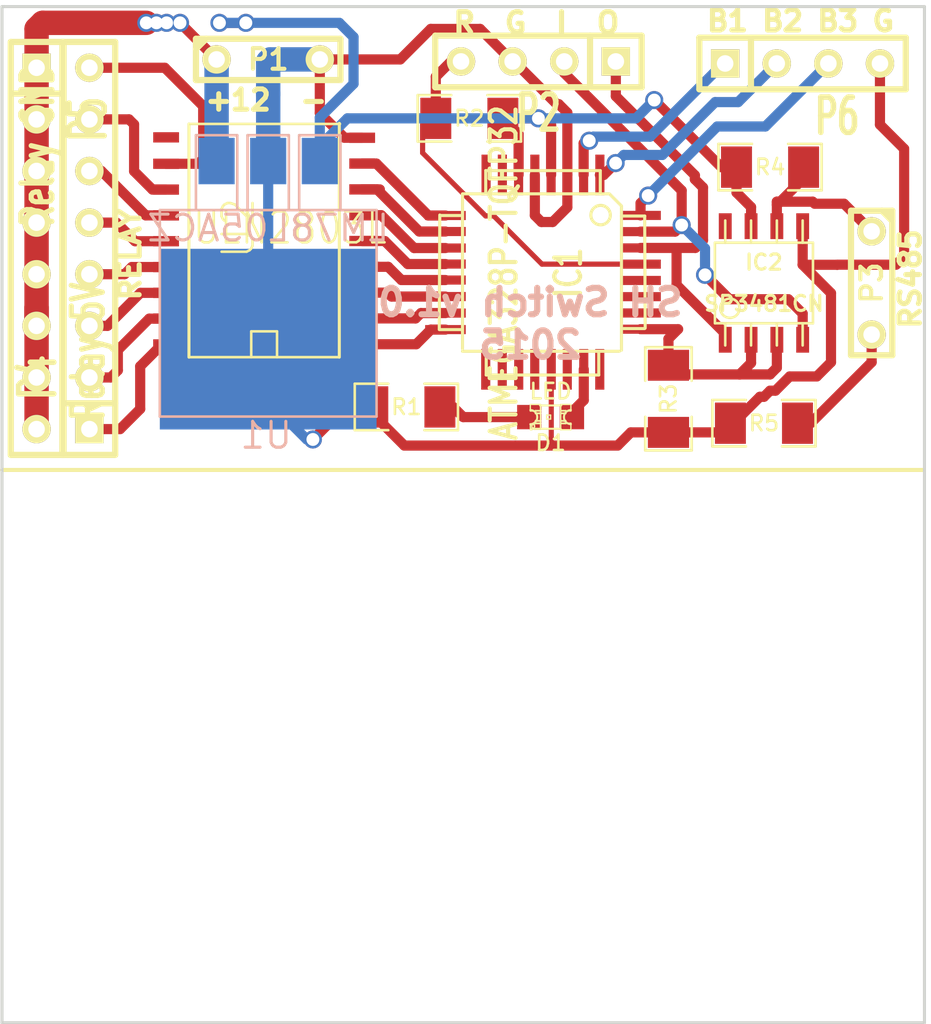
<source format=kicad_pcb>
(kicad_pcb (version 3) (host pcbnew "(2013-may-18)-stable")

  (general
    (links 59)
    (no_connects 0)
    (area 13.123599 111.7916 60.329762 136.260312)
    (thickness 1.6)
    (drawings 12)
    (tracks 244)
    (zones 0)
    (modules 16)
    (nets 31)
  )

  (page A3)
  (layers
    (15 F.Cu signal)
    (0 B.Cu signal)
    (16 B.Adhes user)
    (17 F.Adhes user)
    (18 B.Paste user)
    (19 F.Paste user)
    (20 B.SilkS user)
    (21 F.SilkS user)
    (22 B.Mask user)
    (23 F.Mask user)
    (24 Dwgs.User user)
    (25 Cmts.User user)
    (26 Eco1.User user)
    (27 Eco2.User user)
    (28 Edge.Cuts user)
  )

  (setup
    (last_trace_width 0.5)
    (user_trace_width 0.5)
    (user_trace_width 0.8)
    (user_trace_width 1.2)
    (user_trace_width 2.5)
    (user_trace_width 4)
    (trace_clearance 0.254)
    (zone_clearance 0.508)
    (zone_45_only no)
    (trace_min 0.254)
    (segment_width 0.2)
    (edge_width 0.15)
    (via_size 0.889)
    (via_drill 0.635)
    (via_min_size 0.889)
    (via_min_drill 0.508)
    (uvia_size 0.508)
    (uvia_drill 0.127)
    (uvias_allowed no)
    (uvia_min_size 0.508)
    (uvia_min_drill 0.127)
    (pcb_text_width 0.3)
    (pcb_text_size 1 1)
    (mod_edge_width 0.15)
    (mod_text_size 1 1)
    (mod_text_width 0.15)
    (pad_size 1 1)
    (pad_drill 0.6)
    (pad_to_mask_clearance 0)
    (aux_axis_origin 0 0)
    (visible_elements FFFFFFBF)
    (pcbplotparams
      (layerselection 32768)
      (usegerberextensions false)
      (excludeedgelayer true)
      (linewidth 0.150000)
      (plotframeref false)
      (viasonmask false)
      (mode 1)
      (useauxorigin false)
      (hpglpennumber 1)
      (hpglpenspeed 20)
      (hpglpendiameter 15)
      (hpglpenoverlay 2)
      (psnegative false)
      (psa4output false)
      (plotreference true)
      (plotvalue true)
      (plotothertext true)
      (plotinvisibletext false)
      (padsonsilk false)
      (subtractmaskfromsilk false)
      (outputformat 2)
      (mirror false)
      (drillshape 0)
      (scaleselection 1)
      (outputdirectory ""))
  )

  (net 0 "")
  (net 1 +12V)
  (net 2 +5V)
  (net 3 /But1)
  (net 4 /But2)
  (net 5 /But3)
  (net 6 /DI)
  (net 7 /DO)
  (net 8 /Dir)
  (net 9 /R1)
  (net 10 /R2)
  (net 11 /R3)
  (net 12 /R4)
  (net 13 /R5)
  (net 14 /R6)
  (net 15 /R7)
  (net 16 /R8)
  (net 17 /Reset)
  (net 18 GND)
  (net 19 N-0000010)
  (net 20 N-0000011)
  (net 21 N-0000012)
  (net 22 N-0000013)
  (net 23 N-0000014)
  (net 24 N-0000015)
  (net 25 N-0000017)
  (net 26 N-0000020)
  (net 27 N-0000021)
  (net 28 N-0000040)
  (net 29 N-0000041)
  (net 30 N-000009)

  (net_class Default "This is the default net class."
    (clearance 0.254)
    (trace_width 0.254)
    (via_dia 0.889)
    (via_drill 0.635)
    (uvia_dia 0.508)
    (uvia_drill 0.127)
    (add_net "")
    (add_net +12V)
    (add_net +5V)
    (add_net /But1)
    (add_net /But2)
    (add_net /But3)
    (add_net /DI)
    (add_net /DO)
    (add_net /Dir)
    (add_net /R1)
    (add_net /R2)
    (add_net /R3)
    (add_net /R4)
    (add_net /R5)
    (add_net /R6)
    (add_net /R7)
    (add_net /R8)
    (add_net /Reset)
    (add_net GND)
    (add_net N-0000010)
    (add_net N-0000011)
    (add_net N-0000012)
    (add_net N-0000013)
    (add_net N-0000014)
    (add_net N-0000015)
    (add_net N-0000017)
    (add_net N-0000020)
    (add_net N-0000021)
    (add_net N-0000040)
    (add_net N-0000041)
    (add_net N-000009)
  )

  (module TQFP32 (layer F.Cu) (tedit 43A670DA) (tstamp 53B5A394)
    (at 39.7 125.8 270)
    (path /53B44A10)
    (fp_text reference IC1 (at 0 -1.27 270) (layer F.SilkS)
      (effects (font (size 1.27 1.016) (thickness 0.2032)))
    )
    (fp_text value ATMEGA328P-TQFP32 (at 0 1.905 270) (layer F.SilkS)
      (effects (font (size 1.27 1.016) (thickness 0.2032)))
    )
    (fp_line (start 5.0292 2.7686) (end 3.8862 2.7686) (layer F.SilkS) (width 0.1524))
    (fp_line (start 5.0292 -2.7686) (end 3.9116 -2.7686) (layer F.SilkS) (width 0.1524))
    (fp_line (start 5.0292 2.7686) (end 5.0292 -2.7686) (layer F.SilkS) (width 0.1524))
    (fp_line (start 2.794 3.9624) (end 2.794 5.0546) (layer F.SilkS) (width 0.1524))
    (fp_line (start -2.8194 3.9878) (end -2.8194 5.0546) (layer F.SilkS) (width 0.1524))
    (fp_line (start -2.8448 5.0546) (end 2.794 5.08) (layer F.SilkS) (width 0.1524))
    (fp_line (start -2.794 -5.0292) (end 2.7178 -5.0546) (layer F.SilkS) (width 0.1524))
    (fp_line (start -3.8862 -3.2766) (end -3.8862 3.9116) (layer F.SilkS) (width 0.1524))
    (fp_line (start 2.7432 -5.0292) (end 2.7432 -3.9878) (layer F.SilkS) (width 0.1524))
    (fp_line (start -3.2512 -3.8862) (end 3.81 -3.8862) (layer F.SilkS) (width 0.1524))
    (fp_line (start 3.8608 3.937) (end 3.8608 -3.7846) (layer F.SilkS) (width 0.1524))
    (fp_line (start -3.8862 3.937) (end 3.7338 3.937) (layer F.SilkS) (width 0.1524))
    (fp_line (start -5.0292 -2.8448) (end -5.0292 2.794) (layer F.SilkS) (width 0.1524))
    (fp_line (start -5.0292 2.794) (end -3.8862 2.794) (layer F.SilkS) (width 0.1524))
    (fp_line (start -3.87604 -3.302) (end -3.29184 -3.8862) (layer F.SilkS) (width 0.1524))
    (fp_line (start -5.02412 -2.8448) (end -3.87604 -2.8448) (layer F.SilkS) (width 0.1524))
    (fp_line (start -2.794 -3.8862) (end -2.794 -5.03428) (layer F.SilkS) (width 0.1524))
    (fp_circle (center -2.83972 -2.86004) (end -2.43332 -2.60604) (layer F.SilkS) (width 0.1524))
    (pad 8 smd rect (at -4.81584 2.77622 270) (size 1.99898 0.44958)
      (layers F.Cu F.Paste F.Mask)
    )
    (pad 7 smd rect (at -4.81584 1.97612 270) (size 1.99898 0.44958)
      (layers F.Cu F.Paste F.Mask)
    )
    (pad 6 smd rect (at -4.81584 1.17602 270) (size 1.99898 0.44958)
      (layers F.Cu F.Paste F.Mask)
      (net 2 +5V)
    )
    (pad 5 smd rect (at -4.81584 0.37592 270) (size 1.99898 0.44958)
      (layers F.Cu F.Paste F.Mask)
      (net 18 GND)
    )
    (pad 4 smd rect (at -4.81584 -0.42418 270) (size 1.99898 0.44958)
      (layers F.Cu F.Paste F.Mask)
      (net 2 +5V)
    )
    (pad 3 smd rect (at -4.81584 -1.22428 270) (size 1.99898 0.44958)
      (layers F.Cu F.Paste F.Mask)
      (net 18 GND)
    )
    (pad 2 smd rect (at -4.81584 -2.02438 270) (size 1.99898 0.44958)
      (layers F.Cu F.Paste F.Mask)
      (net 3 /But1)
    )
    (pad 1 smd rect (at -4.81584 -2.82448 270) (size 1.99898 0.44958)
      (layers F.Cu F.Paste F.Mask)
      (net 4 /But2)
    )
    (pad 24 smd rect (at 4.7498 -2.8194 270) (size 1.99898 0.44958)
      (layers F.Cu F.Paste F.Mask)
    )
    (pad 17 smd rect (at 4.7498 2.794 270) (size 1.99898 0.44958)
      (layers F.Cu F.Paste F.Mask)
    )
    (pad 18 smd rect (at 4.7498 1.9812 270) (size 1.99898 0.44958)
      (layers F.Cu F.Paste F.Mask)
    )
    (pad 19 smd rect (at 4.7498 1.1684 270) (size 1.99898 0.44958)
      (layers F.Cu F.Paste F.Mask)
    )
    (pad 20 smd rect (at 4.7498 0.381 270) (size 1.99898 0.44958)
      (layers F.Cu F.Paste F.Mask)
    )
    (pad 21 smd rect (at 4.7498 -0.4318 270) (size 1.99898 0.44958)
      (layers F.Cu F.Paste F.Mask)
      (net 18 GND)
    )
    (pad 22 smd rect (at 4.7498 -1.2192 270) (size 1.99898 0.44958)
      (layers F.Cu F.Paste F.Mask)
    )
    (pad 23 smd rect (at 4.7498 -2.032 270) (size 1.99898 0.44958)
      (layers F.Cu F.Paste F.Mask)
      (net 28 N-0000040)
    )
    (pad 32 smd rect (at -2.82448 -4.826 270) (size 0.44958 1.99898)
      (layers F.Cu F.Paste F.Mask)
      (net 5 /But3)
    )
    (pad 31 smd rect (at -2.02692 -4.826 270) (size 0.44958 1.99898)
      (layers F.Cu F.Paste F.Mask)
      (net 6 /DI)
    )
    (pad 30 smd rect (at -1.22428 -4.826 270) (size 0.44958 1.99898)
      (layers F.Cu F.Paste F.Mask)
      (net 7 /DO)
    )
    (pad 29 smd rect (at -0.42672 -4.826 270) (size 0.44958 1.99898)
      (layers F.Cu F.Paste F.Mask)
      (net 17 /Reset)
    )
    (pad 28 smd rect (at 0.37592 -4.826 270) (size 0.44958 1.99898)
      (layers F.Cu F.Paste F.Mask)
    )
    (pad 27 smd rect (at 1.17348 -4.826 270) (size 0.44958 1.99898)
      (layers F.Cu F.Paste F.Mask)
    )
    (pad 26 smd rect (at 1.97612 -4.826 270) (size 0.44958 1.99898)
      (layers F.Cu F.Paste F.Mask)
    )
    (pad 25 smd rect (at 2.77368 -4.826 270) (size 0.44958 1.99898)
      (layers F.Cu F.Paste F.Mask)
      (net 8 /Dir)
    )
    (pad 9 smd rect (at -2.8194 4.7752 270) (size 0.44958 1.99898)
      (layers F.Cu F.Paste F.Mask)
      (net 9 /R1)
    )
    (pad 10 smd rect (at -2.032 4.7752 270) (size 0.44958 1.99898)
      (layers F.Cu F.Paste F.Mask)
      (net 10 /R2)
    )
    (pad 11 smd rect (at -1.2192 4.7752 270) (size 0.44958 1.99898)
      (layers F.Cu F.Paste F.Mask)
      (net 11 /R3)
    )
    (pad 12 smd rect (at -0.4318 4.7752 270) (size 0.44958 1.99898)
      (layers F.Cu F.Paste F.Mask)
      (net 12 /R4)
    )
    (pad 13 smd rect (at 0.3556 4.7752 270) (size 0.44958 1.99898)
      (layers F.Cu F.Paste F.Mask)
      (net 13 /R5)
    )
    (pad 14 smd rect (at 1.1684 4.7752 270) (size 0.44958 1.99898)
      (layers F.Cu F.Paste F.Mask)
      (net 14 /R6)
    )
    (pad 15 smd rect (at 1.9812 4.7752 270) (size 0.44958 1.99898)
      (layers F.Cu F.Paste F.Mask)
      (net 15 /R7)
    )
    (pad 16 smd rect (at 2.794 4.7752 270) (size 0.44958 1.99898)
      (layers F.Cu F.Paste F.Mask)
      (net 16 /R8)
    )
    (model smd/tqfp32.wrl
      (at (xyz 0 0 0))
      (scale (xyz 1 1 1))
      (rotate (xyz 0 0 0))
    )
  )

  (module SM1206 (layer F.Cu) (tedit 42806E24) (tstamp 53B5A3A0)
    (at 36.1 118.2)
    (path /53B451EA)
    (attr smd)
    (fp_text reference R2 (at 0 0) (layer F.SilkS)
      (effects (font (size 0.762 0.762) (thickness 0.127)))
    )
    (fp_text value 1K (at 0 0) (layer F.SilkS) hide
      (effects (font (size 0.762 0.762) (thickness 0.127)))
    )
    (fp_line (start -2.54 -1.143) (end -2.54 1.143) (layer F.SilkS) (width 0.127))
    (fp_line (start -2.54 1.143) (end -0.889 1.143) (layer F.SilkS) (width 0.127))
    (fp_line (start 0.889 -1.143) (end 2.54 -1.143) (layer F.SilkS) (width 0.127))
    (fp_line (start 2.54 -1.143) (end 2.54 1.143) (layer F.SilkS) (width 0.127))
    (fp_line (start 2.54 1.143) (end 0.889 1.143) (layer F.SilkS) (width 0.127))
    (fp_line (start -0.889 -1.143) (end -2.54 -1.143) (layer F.SilkS) (width 0.127))
    (pad 1 smd rect (at -1.651 0) (size 1.524 2.032)
      (layers F.Cu F.Paste F.Mask)
      (net 17 /Reset)
    )
    (pad 2 smd rect (at 1.651 0) (size 1.524 2.032)
      (layers F.Cu F.Paste F.Mask)
      (net 2 +5V)
    )
    (model smd/chip_cms.wrl
      (at (xyz 0 0 0))
      (scale (xyz 0.17 0.16 0.16))
      (rotate (xyz 0 0 0))
    )
  )

  (module SM1206 (layer F.Cu) (tedit 42806E24) (tstamp 53B5A3AC)
    (at 33 132.4 180)
    (path /53B45424)
    (attr smd)
    (fp_text reference R1 (at 0 0 180) (layer F.SilkS)
      (effects (font (size 0.762 0.762) (thickness 0.127)))
    )
    (fp_text value 1K (at 0 0 180) (layer F.SilkS) hide
      (effects (font (size 0.762 0.762) (thickness 0.127)))
    )
    (fp_line (start -2.54 -1.143) (end -2.54 1.143) (layer F.SilkS) (width 0.127))
    (fp_line (start -2.54 1.143) (end -0.889 1.143) (layer F.SilkS) (width 0.127))
    (fp_line (start 0.889 -1.143) (end 2.54 -1.143) (layer F.SilkS) (width 0.127))
    (fp_line (start 2.54 -1.143) (end 2.54 1.143) (layer F.SilkS) (width 0.127))
    (fp_line (start 2.54 1.143) (end 0.889 1.143) (layer F.SilkS) (width 0.127))
    (fp_line (start -0.889 -1.143) (end -2.54 -1.143) (layer F.SilkS) (width 0.127))
    (pad 1 smd rect (at -1.651 0 180) (size 1.524 2.032)
      (layers F.Cu F.Paste F.Mask)
      (net 29 N-0000041)
    )
    (pad 2 smd rect (at 1.651 0 180) (size 1.524 2.032)
      (layers F.Cu F.Paste F.Mask)
      (net 18 GND)
    )
    (model smd/chip_cms.wrl
      (at (xyz 0 0 0))
      (scale (xyz 0.17 0.16 0.16))
      (rotate (xyz 0 0 0))
    )
  )

  (module SM1206 (layer F.Cu) (tedit 42806E24) (tstamp 53B5A3B8)
    (at 45.9 132 90)
    (path /53B457C7)
    (attr smd)
    (fp_text reference R3 (at 0 0 90) (layer F.SilkS)
      (effects (font (size 0.762 0.762) (thickness 0.127)))
    )
    (fp_text value 10K (at 0 0 90) (layer F.SilkS) hide
      (effects (font (size 0.762 0.762) (thickness 0.127)))
    )
    (fp_line (start -2.54 -1.143) (end -2.54 1.143) (layer F.SilkS) (width 0.127))
    (fp_line (start -2.54 1.143) (end -0.889 1.143) (layer F.SilkS) (width 0.127))
    (fp_line (start 0.889 -1.143) (end 2.54 -1.143) (layer F.SilkS) (width 0.127))
    (fp_line (start 2.54 -1.143) (end 2.54 1.143) (layer F.SilkS) (width 0.127))
    (fp_line (start 2.54 1.143) (end 0.889 1.143) (layer F.SilkS) (width 0.127))
    (fp_line (start -0.889 -1.143) (end -2.54 -1.143) (layer F.SilkS) (width 0.127))
    (pad 1 smd rect (at -1.651 0 90) (size 1.524 2.032)
      (layers F.Cu F.Paste F.Mask)
      (net 18 GND)
    )
    (pad 2 smd rect (at 1.651 0 90) (size 1.524 2.032)
      (layers F.Cu F.Paste F.Mask)
      (net 8 /Dir)
    )
    (model smd/chip_cms.wrl
      (at (xyz 0 0 0))
      (scale (xyz 0.17 0.16 0.16))
      (rotate (xyz 0 0 0))
    )
  )

  (module SM1206 (layer F.Cu) (tedit 42806E24) (tstamp 53B5A3C4)
    (at 50.9 120.6 180)
    (path /53B59FCA)
    (attr smd)
    (fp_text reference R4 (at 0 0 180) (layer F.SilkS)
      (effects (font (size 0.762 0.762) (thickness 0.127)))
    )
    (fp_text value 560 (at 0 0 180) (layer F.SilkS) hide
      (effects (font (size 0.762 0.762) (thickness 0.127)))
    )
    (fp_line (start -2.54 -1.143) (end -2.54 1.143) (layer F.SilkS) (width 0.127))
    (fp_line (start -2.54 1.143) (end -0.889 1.143) (layer F.SilkS) (width 0.127))
    (fp_line (start 0.889 -1.143) (end 2.54 -1.143) (layer F.SilkS) (width 0.127))
    (fp_line (start 2.54 -1.143) (end 2.54 1.143) (layer F.SilkS) (width 0.127))
    (fp_line (start 2.54 1.143) (end 0.889 1.143) (layer F.SilkS) (width 0.127))
    (fp_line (start -0.889 -1.143) (end -2.54 -1.143) (layer F.SilkS) (width 0.127))
    (pad 1 smd rect (at -1.651 0 180) (size 1.524 2.032)
      (layers F.Cu F.Paste F.Mask)
      (net 27 N-0000021)
    )
    (pad 2 smd rect (at 1.651 0 180) (size 1.524 2.032)
      (layers F.Cu F.Paste F.Mask)
      (net 2 +5V)
    )
    (model smd/chip_cms.wrl
      (at (xyz 0 0 0))
      (scale (xyz 0.17 0.16 0.16))
      (rotate (xyz 0 0 0))
    )
  )

  (module SM1206 (layer F.Cu) (tedit 42806E24) (tstamp 53BAFD8F)
    (at 50.6 133.2)
    (path /53B59FD0)
    (attr smd)
    (fp_text reference R5 (at 0 0) (layer F.SilkS)
      (effects (font (size 0.762 0.762) (thickness 0.127)))
    )
    (fp_text value 560 (at 0 0) (layer F.SilkS) hide
      (effects (font (size 0.762 0.762) (thickness 0.127)))
    )
    (fp_line (start -2.54 -1.143) (end -2.54 1.143) (layer F.SilkS) (width 0.127))
    (fp_line (start -2.54 1.143) (end -0.889 1.143) (layer F.SilkS) (width 0.127))
    (fp_line (start 0.889 -1.143) (end 2.54 -1.143) (layer F.SilkS) (width 0.127))
    (fp_line (start 2.54 -1.143) (end 2.54 1.143) (layer F.SilkS) (width 0.127))
    (fp_line (start 2.54 1.143) (end 0.889 1.143) (layer F.SilkS) (width 0.127))
    (fp_line (start -0.889 -1.143) (end -2.54 -1.143) (layer F.SilkS) (width 0.127))
    (pad 1 smd rect (at -1.651 0) (size 1.524 2.032)
      (layers F.Cu F.Paste F.Mask)
      (net 18 GND)
    )
    (pad 2 smd rect (at 1.651 0) (size 1.524 2.032)
      (layers F.Cu F.Paste F.Mask)
      (net 26 N-0000020)
    )
    (model smd/chip_cms.wrl
      (at (xyz 0 0 0))
      (scale (xyz 0.17 0.16 0.16))
      (rotate (xyz 0 0 0))
    )
  )

  (module SIL-4 (layer F.Cu) (tedit 200000) (tstamp 53BA7070)
    (at 39.5 115.4 180)
    (descr "Connecteur 4 pibs")
    (tags "CONN DEV")
    (path /53B4528F)
    (fp_text reference P2 (at 0 -2.54 180) (layer F.SilkS)
      (effects (font (size 1.73482 1.08712) (thickness 0.3048)))
    )
    (fp_text value UART (at 0 -2.54 180) (layer F.SilkS) hide
      (effects (font (size 1.524 1.016) (thickness 0.3048)))
    )
    (fp_line (start -5.08 -1.27) (end -5.08 -1.27) (layer F.SilkS) (width 0.3048))
    (fp_line (start -5.08 1.27) (end -5.08 -1.27) (layer F.SilkS) (width 0.3048))
    (fp_line (start -5.08 -1.27) (end -5.08 -1.27) (layer F.SilkS) (width 0.3048))
    (fp_line (start -5.08 -1.27) (end 5.08 -1.27) (layer F.SilkS) (width 0.3048))
    (fp_line (start 5.08 -1.27) (end 5.08 1.27) (layer F.SilkS) (width 0.3048))
    (fp_line (start 5.08 1.27) (end -5.08 1.27) (layer F.SilkS) (width 0.3048))
    (fp_line (start -2.54 1.27) (end -2.54 -1.27) (layer F.SilkS) (width 0.3048))
    (pad 1 thru_hole rect (at -3.81 0 180) (size 1.397 1.397) (drill 0.8128)
      (layers *.Cu *.Mask F.SilkS)
      (net 7 /DO)
    )
    (pad 2 thru_hole circle (at -1.27 0 180) (size 1.397 1.397) (drill 0.8128)
      (layers *.Cu *.Mask F.SilkS)
      (net 6 /DI)
    )
    (pad 3 thru_hole circle (at 1.27 0 180) (size 1.397 1.397) (drill 0.8128)
      (layers *.Cu *.Mask F.SilkS)
      (net 18 GND)
    )
    (pad 4 thru_hole circle (at 3.81 0 180) (size 1.397 1.397) (drill 0.8128)
      (layers *.Cu *.Mask F.SilkS)
      (net 17 /Reset)
    )
  )

  (module LED-0805 (layer F.Cu) (tedit 49DC4C0B) (tstamp 53B5A41A)
    (at 40.1 132.9 180)
    (descr "LED 0805 smd package")
    (tags "LED 0805 SMD")
    (path /53B453A6)
    (attr smd)
    (fp_text reference D1 (at 0 -1.27 180) (layer F.SilkS)
      (effects (font (size 0.762 0.762) (thickness 0.127)))
    )
    (fp_text value LED (at 0 1.27 180) (layer F.SilkS)
      (effects (font (size 0.762 0.762) (thickness 0.127)))
    )
    (fp_line (start 0.49784 0.29972) (end 0.49784 0.62484) (layer F.SilkS) (width 0.06604))
    (fp_line (start 0.49784 0.62484) (end 0.99822 0.62484) (layer F.SilkS) (width 0.06604))
    (fp_line (start 0.99822 0.29972) (end 0.99822 0.62484) (layer F.SilkS) (width 0.06604))
    (fp_line (start 0.49784 0.29972) (end 0.99822 0.29972) (layer F.SilkS) (width 0.06604))
    (fp_line (start 0.49784 -0.32258) (end 0.49784 -0.17272) (layer F.SilkS) (width 0.06604))
    (fp_line (start 0.49784 -0.17272) (end 0.7493 -0.17272) (layer F.SilkS) (width 0.06604))
    (fp_line (start 0.7493 -0.32258) (end 0.7493 -0.17272) (layer F.SilkS) (width 0.06604))
    (fp_line (start 0.49784 -0.32258) (end 0.7493 -0.32258) (layer F.SilkS) (width 0.06604))
    (fp_line (start 0.49784 0.17272) (end 0.49784 0.32258) (layer F.SilkS) (width 0.06604))
    (fp_line (start 0.49784 0.32258) (end 0.7493 0.32258) (layer F.SilkS) (width 0.06604))
    (fp_line (start 0.7493 0.17272) (end 0.7493 0.32258) (layer F.SilkS) (width 0.06604))
    (fp_line (start 0.49784 0.17272) (end 0.7493 0.17272) (layer F.SilkS) (width 0.06604))
    (fp_line (start 0.49784 -0.19812) (end 0.49784 0.19812) (layer F.SilkS) (width 0.06604))
    (fp_line (start 0.49784 0.19812) (end 0.6731 0.19812) (layer F.SilkS) (width 0.06604))
    (fp_line (start 0.6731 -0.19812) (end 0.6731 0.19812) (layer F.SilkS) (width 0.06604))
    (fp_line (start 0.49784 -0.19812) (end 0.6731 -0.19812) (layer F.SilkS) (width 0.06604))
    (fp_line (start -0.99822 0.29972) (end -0.99822 0.62484) (layer F.SilkS) (width 0.06604))
    (fp_line (start -0.99822 0.62484) (end -0.49784 0.62484) (layer F.SilkS) (width 0.06604))
    (fp_line (start -0.49784 0.29972) (end -0.49784 0.62484) (layer F.SilkS) (width 0.06604))
    (fp_line (start -0.99822 0.29972) (end -0.49784 0.29972) (layer F.SilkS) (width 0.06604))
    (fp_line (start -0.99822 -0.62484) (end -0.99822 -0.29972) (layer F.SilkS) (width 0.06604))
    (fp_line (start -0.99822 -0.29972) (end -0.49784 -0.29972) (layer F.SilkS) (width 0.06604))
    (fp_line (start -0.49784 -0.62484) (end -0.49784 -0.29972) (layer F.SilkS) (width 0.06604))
    (fp_line (start -0.99822 -0.62484) (end -0.49784 -0.62484) (layer F.SilkS) (width 0.06604))
    (fp_line (start -0.7493 0.17272) (end -0.7493 0.32258) (layer F.SilkS) (width 0.06604))
    (fp_line (start -0.7493 0.32258) (end -0.49784 0.32258) (layer F.SilkS) (width 0.06604))
    (fp_line (start -0.49784 0.17272) (end -0.49784 0.32258) (layer F.SilkS) (width 0.06604))
    (fp_line (start -0.7493 0.17272) (end -0.49784 0.17272) (layer F.SilkS) (width 0.06604))
    (fp_line (start -0.7493 -0.32258) (end -0.7493 -0.17272) (layer F.SilkS) (width 0.06604))
    (fp_line (start -0.7493 -0.17272) (end -0.49784 -0.17272) (layer F.SilkS) (width 0.06604))
    (fp_line (start -0.49784 -0.32258) (end -0.49784 -0.17272) (layer F.SilkS) (width 0.06604))
    (fp_line (start -0.7493 -0.32258) (end -0.49784 -0.32258) (layer F.SilkS) (width 0.06604))
    (fp_line (start -0.6731 -0.19812) (end -0.6731 0.19812) (layer F.SilkS) (width 0.06604))
    (fp_line (start -0.6731 0.19812) (end -0.49784 0.19812) (layer F.SilkS) (width 0.06604))
    (fp_line (start -0.49784 -0.19812) (end -0.49784 0.19812) (layer F.SilkS) (width 0.06604))
    (fp_line (start -0.6731 -0.19812) (end -0.49784 -0.19812) (layer F.SilkS) (width 0.06604))
    (fp_line (start 0 -0.09906) (end 0 0.09906) (layer F.SilkS) (width 0.06604))
    (fp_line (start 0 0.09906) (end 0.19812 0.09906) (layer F.SilkS) (width 0.06604))
    (fp_line (start 0.19812 -0.09906) (end 0.19812 0.09906) (layer F.SilkS) (width 0.06604))
    (fp_line (start 0 -0.09906) (end 0.19812 -0.09906) (layer F.SilkS) (width 0.06604))
    (fp_line (start 0.49784 -0.59944) (end 0.49784 -0.29972) (layer F.SilkS) (width 0.06604))
    (fp_line (start 0.49784 -0.29972) (end 0.79756 -0.29972) (layer F.SilkS) (width 0.06604))
    (fp_line (start 0.79756 -0.59944) (end 0.79756 -0.29972) (layer F.SilkS) (width 0.06604))
    (fp_line (start 0.49784 -0.59944) (end 0.79756 -0.59944) (layer F.SilkS) (width 0.06604))
    (fp_line (start 0.92456 -0.62484) (end 0.92456 -0.39878) (layer F.SilkS) (width 0.06604))
    (fp_line (start 0.92456 -0.39878) (end 0.99822 -0.39878) (layer F.SilkS) (width 0.06604))
    (fp_line (start 0.99822 -0.62484) (end 0.99822 -0.39878) (layer F.SilkS) (width 0.06604))
    (fp_line (start 0.92456 -0.62484) (end 0.99822 -0.62484) (layer F.SilkS) (width 0.06604))
    (fp_line (start 0.52324 0.57404) (end -0.52324 0.57404) (layer F.SilkS) (width 0.1016))
    (fp_line (start -0.49784 -0.57404) (end 0.92456 -0.57404) (layer F.SilkS) (width 0.1016))
    (fp_circle (center 0.84836 -0.44958) (end 0.89916 -0.50038) (layer F.SilkS) (width 0.0508))
    (fp_arc (start 0.99822 0) (end 0.99822 0.34798) (angle 180) (layer F.SilkS) (width 0.1016))
    (fp_arc (start -0.99822 0) (end -0.99822 -0.34798) (angle 180) (layer F.SilkS) (width 0.1016))
    (pad 1 smd rect (at -1.04902 0 180) (size 1.19888 1.19888)
      (layers F.Cu F.Paste F.Mask)
      (net 28 N-0000040)
    )
    (pad 2 smd rect (at 1.04902 0 180) (size 1.19888 1.19888)
      (layers F.Cu F.Paste F.Mask)
      (net 29 N-0000041)
    )
  )

  (module DPAK3 (layer B.Cu) (tedit 54B15E95) (tstamp 53B5A42F)
    (at 26.2 120.3)
    (tags "CMS DPACK")
    (path /54B154B5)
    (fp_text reference U1 (at -0.1 13.5) (layer B.SilkS)
      (effects (font (size 1.27 1.27) (thickness 0.1524)) (justify mirror))
    )
    (fp_text value LM78L05ACZ (at 0 3.302) (layer B.SilkS)
      (effects (font (size 1.27 1.27) (thickness 0.1524)) (justify mirror))
    )
    (fp_line (start 1.524 2.413) (end 1.524 -1.27) (layer B.SilkS) (width 0.127))
    (fp_line (start 1.524 -1.27) (end 3.556 -1.27) (layer B.SilkS) (width 0.127))
    (fp_line (start 3.556 -1.27) (end 3.556 2.413) (layer B.SilkS) (width 0.127))
    (fp_line (start -1.016 2.413) (end -1.016 -1.27) (layer B.SilkS) (width 0.127))
    (fp_line (start -1.016 -1.27) (end 1.016 -1.27) (layer B.SilkS) (width 0.127))
    (fp_line (start 1.016 -1.27) (end 1.016 2.413) (layer B.SilkS) (width 0.127))
    (fp_line (start -3.556 2.413) (end -3.556 -1.27) (layer B.SilkS) (width 0.127))
    (fp_line (start -3.556 -1.27) (end -1.524 -1.27) (layer B.SilkS) (width 0.127))
    (fp_line (start -1.524 -1.27) (end -1.524 2.413) (layer B.SilkS) (width 0.127))
    (fp_line (start -5.334 2.413) (end 5.334 2.413) (layer B.SilkS) (width 0.127))
    (fp_line (start 5.334 2.413) (end 5.334 12.573) (layer B.SilkS) (width 0.127))
    (fp_line (start 5.334 12.573) (end -5.334 12.573) (layer B.SilkS) (width 0.127))
    (fp_line (start -5.334 12.573) (end -5.334 2.413) (layer B.SilkS) (width 0.127))
    (pad 2 smd rect (at 0 8.763) (size 10.668 8.89)
      (layers B.Cu B.Paste B.Mask)
      (net 18 GND)
    )
    (pad 2 smd rect (at 0 0) (size 1.778 2.286)
      (layers B.Cu B.Paste B.Mask)
      (net 18 GND)
    )
    (pad 1 smd rect (at -2.54 0) (size 1.778 2.286)
      (layers B.Cu B.Paste B.Mask)
      (net 1 +12V)
    )
    (pad 3 smd rect (at 2.54 0) (size 1.778 2.286)
      (layers B.Cu B.Paste B.Mask)
      (net 2 +5V)
    )
    (model smd/dpack_3.wrl
      (at (xyz 0 0 0))
      (scale (xyz 1 1 1))
      (rotate (xyz 0 0 0))
    )
  )

  (module C2 (layer F.Cu) (tedit 53BA6EE3) (tstamp 53BA6F53)
    (at 26.2 115.3)
    (descr "Condensateur = 2 pas")
    (tags C)
    (path /53B44DC6)
    (fp_text reference P1 (at 0 0) (layer F.SilkS)
      (effects (font (size 1.016 1.016) (thickness 0.2032)))
    )
    (fp_text value Power (at 0 0) (layer F.SilkS) hide
      (effects (font (size 1.016 1.016) (thickness 0.2032)))
    )
    (fp_line (start -3.556 -1.016) (end 3.556 -1.016) (layer F.SilkS) (width 0.3048))
    (fp_line (start 3.556 -1.016) (end 3.556 1.016) (layer F.SilkS) (width 0.3048))
    (fp_line (start 3.556 1.016) (end -3.556 1.016) (layer F.SilkS) (width 0.3048))
    (fp_line (start -3.556 1.016) (end -3.556 -1.016) (layer F.SilkS) (width 0.3048))
    (fp_line (start -3.556 -0.508) (end -3.048 -1.016) (layer F.SilkS) (width 0.3048))
    (pad 1 thru_hole circle (at -2.54 0) (size 1.397 1.397) (drill 0.8128)
      (layers *.Cu *.Mask F.SilkS)
      (net 1 +12V)
    )
    (pad 2 thru_hole circle (at 2.54 0) (size 1.397 1.397) (drill 0.8128)
      (layers *.Cu *.Mask F.SilkS)
      (net 18 GND)
    )
    (model discret/capa_2pas_5x5mm.wrl
      (at (xyz 0 0 0))
      (scale (xyz 1 1 1))
      (rotate (xyz 0 0 0))
    )
  )

  (module C2 (layer F.Cu) (tedit 200000) (tstamp 53B5A445)
    (at 55.9 126.3 270)
    (descr "Condensateur = 2 pas")
    (tags C)
    (path /53B4510D)
    (fp_text reference P3 (at 0 0 270) (layer F.SilkS)
      (effects (font (size 1.016 1.016) (thickness 0.2032)))
    )
    (fp_text value RS485 (at 0 0 270) (layer F.SilkS) hide
      (effects (font (size 1.016 1.016) (thickness 0.2032)))
    )
    (fp_line (start -3.556 -1.016) (end 3.556 -1.016) (layer F.SilkS) (width 0.3048))
    (fp_line (start 3.556 -1.016) (end 3.556 1.016) (layer F.SilkS) (width 0.3048))
    (fp_line (start 3.556 1.016) (end -3.556 1.016) (layer F.SilkS) (width 0.3048))
    (fp_line (start -3.556 1.016) (end -3.556 -1.016) (layer F.SilkS) (width 0.3048))
    (fp_line (start -3.556 -0.508) (end -3.048 -1.016) (layer F.SilkS) (width 0.3048))
    (pad 1 thru_hole circle (at -2.54 0 270) (size 1.397 1.397) (drill 0.8128)
      (layers *.Cu *.Mask F.SilkS)
      (net 27 N-0000021)
    )
    (pad 2 thru_hole circle (at 2.54 0 270) (size 1.397 1.397) (drill 0.8128)
      (layers *.Cu *.Mask F.SilkS)
      (net 26 N-0000020)
    )
    (model discret/capa_2pas_5x5mm.wrl
      (at (xyz 0 0 0))
      (scale (xyz 1 1 1))
      (rotate (xyz 0 0 0))
    )
  )

  (module so-8 (layer F.Cu) (tedit 48A6C16E) (tstamp 53B70E28)
    (at 50.6 126.3)
    (descr SO-8)
    (path /54B13D2C)
    (attr smd)
    (fp_text reference IC2 (at 0 -1.016) (layer F.SilkS)
      (effects (font (size 0.7493 0.7493) (thickness 0.14986)))
    )
    (fp_text value SP3481CN (at 0 1.016) (layer F.SilkS)
      (effects (font (size 0.7493 0.7493) (thickness 0.14986)))
    )
    (fp_line (start -2.413 -1.9812) (end -2.413 1.9812) (layer F.SilkS) (width 0.127))
    (fp_line (start -2.413 1.9812) (end 2.413 1.9812) (layer F.SilkS) (width 0.127))
    (fp_line (start 2.413 1.9812) (end 2.413 -1.9812) (layer F.SilkS) (width 0.127))
    (fp_line (start 2.413 -1.9812) (end -2.413 -1.9812) (layer F.SilkS) (width 0.127))
    (fp_line (start -1.905 -1.9812) (end -1.905 -3.0734) (layer F.SilkS) (width 0.127))
    (fp_line (start -0.635 -1.9812) (end -0.635 -3.0734) (layer F.SilkS) (width 0.127))
    (fp_line (start 0.635 -1.9812) (end 0.635 -3.0734) (layer F.SilkS) (width 0.127))
    (fp_line (start 1.905 -3.0734) (end 1.905 -1.9812) (layer F.SilkS) (width 0.127))
    (fp_line (start 1.905 1.9812) (end 1.905 3.0734) (layer F.SilkS) (width 0.127))
    (fp_line (start 0.635 3.0734) (end 0.635 1.9812) (layer F.SilkS) (width 0.127))
    (fp_line (start -0.635 3.0734) (end -0.635 1.9812) (layer F.SilkS) (width 0.127))
    (fp_line (start -1.905 3.0734) (end -1.905 1.9812) (layer F.SilkS) (width 0.127))
    (fp_circle (center -1.6764 1.2446) (end -1.9558 1.6256) (layer F.SilkS) (width 0.127))
    (pad 1 smd rect (at -1.905 2.794) (size 0.635 1.27)
      (layers F.Cu F.Paste F.Mask)
      (net 7 /DO)
    )
    (pad 2 smd rect (at -0.635 2.794) (size 0.635 1.27)
      (layers F.Cu F.Paste F.Mask)
      (net 8 /Dir)
    )
    (pad 3 smd rect (at 0.635 2.794) (size 0.635 1.27)
      (layers F.Cu F.Paste F.Mask)
      (net 8 /Dir)
    )
    (pad 4 smd rect (at 1.905 2.794) (size 0.635 1.27)
      (layers F.Cu F.Paste F.Mask)
      (net 6 /DI)
    )
    (pad 5 smd rect (at 1.905 -2.794) (size 0.635 1.27)
      (layers F.Cu F.Paste F.Mask)
      (net 18 GND)
    )
    (pad 6 smd rect (at 0.635 -2.794) (size 0.635 1.27)
      (layers F.Cu F.Paste F.Mask)
      (net 27 N-0000021)
    )
    (pad 7 smd rect (at -0.635 -2.794) (size 0.635 1.27)
      (layers F.Cu F.Paste F.Mask)
      (net 2 +5V)
    )
    (pad 8 smd rect (at -1.905 -2.794) (size 0.635 1.27)
      (layers F.Cu F.Paste F.Mask)
    )
    (model smd/smd_dil/so-8.wrl
      (at (xyz 0 0 0))
      (scale (xyz 1 1 1))
      (rotate (xyz 0 0 0))
    )
  )

  (module SIL-8 (layer F.Cu) (tedit 200000) (tstamp 53B70C38)
    (at 17.4 124.6 90)
    (descr "Connecteur 8 pins")
    (tags "CONN DEV")
    (path /54B14024)
    (fp_text reference P4 (at -6.35 -2.54 90) (layer F.SilkS)
      (effects (font (size 1.72974 1.08712) (thickness 0.3048)))
    )
    (fp_text value "Relay GND" (at 5.08 -2.54 90) (layer F.SilkS)
      (effects (font (size 1.524 1.016) (thickness 0.3048)))
    )
    (fp_line (start -10.16 -1.27) (end 10.16 -1.27) (layer F.SilkS) (width 0.3048))
    (fp_line (start 10.16 -1.27) (end 10.16 1.27) (layer F.SilkS) (width 0.3048))
    (fp_line (start 10.16 1.27) (end -10.16 1.27) (layer F.SilkS) (width 0.3048))
    (fp_line (start -10.16 1.27) (end -10.16 -1.27) (layer F.SilkS) (width 0.3048))
    (fp_line (start -7.62 1.27) (end -7.62 -1.27) (layer F.SilkS) (width 0.3048))
    (pad 1 thru_hole rect (at -8.89 0 90) (size 1.397 1.397) (drill 0.8128)
      (layers *.Cu *.Mask F.SilkS)
      (net 30 N-000009)
    )
    (pad 2 thru_hole circle (at -6.35 0 90) (size 1.397 1.397) (drill 0.8128)
      (layers *.Cu *.Mask F.SilkS)
      (net 19 N-0000010)
    )
    (pad 3 thru_hole circle (at -3.81 0 90) (size 1.397 1.397) (drill 0.8128)
      (layers *.Cu *.Mask F.SilkS)
      (net 20 N-0000011)
    )
    (pad 4 thru_hole circle (at -1.27 0 90) (size 1.397 1.397) (drill 0.8128)
      (layers *.Cu *.Mask F.SilkS)
      (net 21 N-0000012)
    )
    (pad 5 thru_hole circle (at 1.27 0 90) (size 1.397 1.397) (drill 0.8128)
      (layers *.Cu *.Mask F.SilkS)
      (net 24 N-0000015)
    )
    (pad 6 thru_hole circle (at 3.81 0 90) (size 1.397 1.397) (drill 0.8128)
      (layers *.Cu *.Mask F.SilkS)
      (net 23 N-0000014)
    )
    (pad 7 thru_hole circle (at 6.35 0 90) (size 1.397 1.397) (drill 0.8128)
      (layers *.Cu *.Mask F.SilkS)
      (net 22 N-0000013)
    )
    (pad 8 thru_hole circle (at 8.89 0 90) (size 1.397 1.397) (drill 0.8128)
      (layers *.Cu *.Mask F.SilkS)
      (net 25 N-0000017)
    )
  )

  (module SIL-8 (layer F.Cu) (tedit 200000) (tstamp 53B70C43)
    (at 14.8 124.6 270)
    (descr "Connecteur 8 pins")
    (tags "CONN DEV")
    (path /54B14265)
    (fp_text reference P5 (at -6.35 -2.54 270) (layer F.SilkS)
      (effects (font (size 1.72974 1.08712) (thickness 0.3048)))
    )
    (fp_text value "Relay 5V" (at 5.08 -2.54 270) (layer F.SilkS)
      (effects (font (size 1.524 1.016) (thickness 0.3048)))
    )
    (fp_line (start -10.16 -1.27) (end 10.16 -1.27) (layer F.SilkS) (width 0.3048))
    (fp_line (start 10.16 -1.27) (end 10.16 1.27) (layer F.SilkS) (width 0.3048))
    (fp_line (start 10.16 1.27) (end -10.16 1.27) (layer F.SilkS) (width 0.3048))
    (fp_line (start -10.16 1.27) (end -10.16 -1.27) (layer F.SilkS) (width 0.3048))
    (fp_line (start -7.62 1.27) (end -7.62 -1.27) (layer F.SilkS) (width 0.3048))
    (pad 1 thru_hole rect (at -8.89 0 270) (size 1.397 1.397) (drill 0.8128)
      (layers *.Cu *.Mask F.SilkS)
      (net 1 +12V)
    )
    (pad 2 thru_hole circle (at -6.35 0 270) (size 1.397 1.397) (drill 0.8128)
      (layers *.Cu *.Mask F.SilkS)
      (net 1 +12V)
    )
    (pad 3 thru_hole circle (at -3.81 0 270) (size 1.397 1.397) (drill 0.8128)
      (layers *.Cu *.Mask F.SilkS)
      (net 1 +12V)
    )
    (pad 4 thru_hole circle (at -1.27 0 270) (size 1.397 1.397) (drill 0.8128)
      (layers *.Cu *.Mask F.SilkS)
      (net 1 +12V)
    )
    (pad 5 thru_hole circle (at 1.27 0 270) (size 1.397 1.397) (drill 0.8128)
      (layers *.Cu *.Mask F.SilkS)
      (net 1 +12V)
    )
    (pad 6 thru_hole circle (at 3.81 0 270) (size 1.397 1.397) (drill 0.8128)
      (layers *.Cu *.Mask F.SilkS)
      (net 1 +12V)
    )
    (pad 7 thru_hole circle (at 6.35 0 270) (size 1.397 1.397) (drill 0.8128)
      (layers *.Cu *.Mask F.SilkS)
      (net 1 +12V)
    )
    (pad 8 thru_hole circle (at 8.89 0 270) (size 1.397 1.397) (drill 0.8128)
      (layers *.Cu *.Mask F.SilkS)
      (net 1 +12V)
    )
  )

  (module SO18L (layer F.Cu) (tedit 54B1441F) (tstamp 54B1440A)
    (at 26 123.6 90)
    (descr "Cms SOJ 18 pins large")
    (tags "CMS SOJ")
    (path /54B13E08)
    (attr smd)
    (fp_text reference U2 (at 0 -1.27 90) (layer F.SilkS)
      (effects (font (size 1.524 1.524) (thickness 0.127)))
    )
    (fp_text value ULN2803L (at 0 1.27 180) (layer F.SilkS)
      (effects (font (size 1.524 1.27) (thickness 0.127)))
    )
    (fp_line (start -6.35 3.7) (end 5.15 3.7) (layer F.SilkS) (width 0.15))
    (fp_line (start 5.15 3.7) (end 5.125 3.7) (layer F.SilkS) (width 0.15))
    (fp_line (start -6.35 -3.7) (end 5.125 -3.7) (layer F.SilkS) (width 0.15))
    (fp_line (start 5.125 3.733) (end 5.125 -3.633) (layer F.SilkS) (width 0.127))
    (fp_line (start -6.35 -3.683) (end -6.35 3.683) (layer F.SilkS) (width 0.127))
    (fp_line (start -6.35 -0.635) (end -5.08 -0.635) (layer F.SilkS) (width 0.127))
    (fp_line (start -5.08 -0.635) (end -5.08 0.635) (layer F.SilkS) (width 0.127))
    (fp_line (start -5.08 0.635) (end -6.35 0.635) (layer F.SilkS) (width 0.127))
    (pad 11 smd rect (at 3.165 -4.826 90) (size 0.508 1.27)
      (layers F.Cu F.Paste F.Mask)
      (net 25 N-0000017)
    )
    (pad 12 smd rect (at 1.895 -4.826 90) (size 0.508 1.27)
      (layers F.Cu F.Paste F.Mask)
      (net 22 N-0000013)
    )
    (pad 13 smd rect (at 0.625 -4.826 90) (size 0.508 1.27)
      (layers F.Cu F.Paste F.Mask)
      (net 23 N-0000014)
    )
    (pad 14 smd rect (at -0.645 -4.826 90) (size 0.508 1.27)
      (layers F.Cu F.Paste F.Mask)
      (net 24 N-0000015)
    )
    (pad 15 smd rect (at -1.915 -4.826 90) (size 0.508 1.27)
      (layers F.Cu F.Paste F.Mask)
      (net 21 N-0000012)
    )
    (pad 16 smd rect (at -3.185 -4.826 90) (size 0.508 1.27)
      (layers F.Cu F.Paste F.Mask)
      (net 20 N-0000011)
    )
    (pad 17 smd rect (at -4.455 -4.826 90) (size 0.508 1.27)
      (layers F.Cu F.Paste F.Mask)
      (net 19 N-0000010)
    )
    (pad 18 smd rect (at -5.725 -4.826 90) (size 0.508 1.27)
      (layers F.Cu F.Paste F.Mask)
      (net 30 N-000009)
    )
    (pad 1 smd rect (at -5.715 4.826 90) (size 0.508 1.27)
      (layers F.Cu F.Paste F.Mask)
      (net 16 /R8)
    )
    (pad 2 smd rect (at -4.445 4.826 90) (size 0.508 1.27)
      (layers F.Cu F.Paste F.Mask)
      (net 15 /R7)
    )
    (pad 3 smd rect (at -3.175 4.826 90) (size 0.508 1.27)
      (layers F.Cu F.Paste F.Mask)
      (net 14 /R6)
    )
    (pad 4 smd rect (at -1.905 4.826 90) (size 0.508 1.27)
      (layers F.Cu F.Paste F.Mask)
      (net 13 /R5)
    )
    (pad 5 smd rect (at -0.635 4.826 90) (size 0.508 1.27)
      (layers F.Cu F.Paste F.Mask)
      (net 12 /R4)
    )
    (pad 6 smd rect (at 0.635 4.826 90) (size 0.508 1.27)
      (layers F.Cu F.Paste F.Mask)
      (net 11 /R3)
    )
    (pad 7 smd rect (at 1.905 4.826 90) (size 0.508 1.27)
      (layers F.Cu F.Paste F.Mask)
      (net 10 /R2)
    )
    (pad 8 smd rect (at 3.175 4.826 90) (size 0.508 1.27)
      (layers F.Cu F.Paste F.Mask)
      (net 9 /R1)
    )
    (pad 9 smd rect (at 4.445 4.826 90) (size 0.508 1.27)
      (layers F.Cu F.Paste F.Mask)
      (net 18 GND)
    )
    (pad 10 smd rect (at 4.465 -4.824 90) (size 0.508 1.27)
      (layers F.Cu F.Paste F.Mask)
    )
    (model smd/cms_so18.wrl
      (at (xyz 0 0 0))
      (scale (xyz 0.5 0.6 0.5))
      (rotate (xyz 0 0 0))
    )
  )

  (module SIL-4 (layer F.Cu) (tedit 54B15E9B) (tstamp 54B15E27)
    (at 52.5 115.5)
    (descr "Connecteur 4 pibs")
    (tags "CONN DEV")
    (path /54B15EA0)
    (fp_text reference P6 (at 1.7 2.6) (layer F.SilkS)
      (effects (font (size 1.73482 1.08712) (thickness 0.3048)))
    )
    (fp_text value BUTTONS (at 0 -2.54) (layer F.SilkS) hide
      (effects (font (size 1.524 1.016) (thickness 0.3048)))
    )
    (fp_line (start -5.08 -1.27) (end -5.08 -1.27) (layer F.SilkS) (width 0.3048))
    (fp_line (start -5.08 1.27) (end -5.08 -1.27) (layer F.SilkS) (width 0.3048))
    (fp_line (start -5.08 -1.27) (end -5.08 -1.27) (layer F.SilkS) (width 0.3048))
    (fp_line (start -5.08 -1.27) (end 5.08 -1.27) (layer F.SilkS) (width 0.3048))
    (fp_line (start 5.08 -1.27) (end 5.08 1.27) (layer F.SilkS) (width 0.3048))
    (fp_line (start 5.08 1.27) (end -5.08 1.27) (layer F.SilkS) (width 0.3048))
    (fp_line (start -2.54 1.27) (end -2.54 -1.27) (layer F.SilkS) (width 0.3048))
    (pad 1 thru_hole rect (at -3.81 0) (size 1.397 1.397) (drill 0.8128)
      (layers *.Cu *.Mask F.SilkS)
      (net 3 /But1)
    )
    (pad 2 thru_hole circle (at -1.27 0) (size 1.397 1.397) (drill 0.8128)
      (layers *.Cu *.Mask F.SilkS)
      (net 4 /But2)
    )
    (pad 3 thru_hole circle (at 1.27 0) (size 1.397 1.397) (drill 0.8128)
      (layers *.Cu *.Mask F.SilkS)
      (net 5 /But3)
    )
    (pad 4 thru_hole circle (at 3.81 0) (size 1.397 1.397) (drill 0.8128)
      (layers *.Cu *.Mask F.SilkS)
      (net 18 GND)
    )
  )

  (gr_line (start 13.1 135.5) (end 58.4 135.5) (angle 90) (layer F.SilkS) (width 0.2))
  (gr_line (start 13.1 112.7) (end 13.2 112.7) (angle 90) (layer Edge.Cuts) (width 0.15))
  (gr_line (start 13.1 162.7) (end 13.1 112.7) (angle 90) (layer Edge.Cuts) (width 0.15))
  (gr_line (start 58.5 162.7) (end 13.1 162.7) (angle 90) (layer Edge.Cuts) (width 0.15))
  (gr_line (start 58.5 112.7) (end 58.5 162.7) (angle 90) (layer Edge.Cuts) (width 0.15))
  (gr_line (start 13.2 112.7) (end 58.5 112.7) (angle 90) (layer Edge.Cuts) (width 0.15))
  (gr_text RELAY (at 19.4 124.9 90) (layer F.SilkS)
    (effects (font (size 1 1) (thickness 0.25)))
  )
  (gr_text RS485 (at 57.8 126.1 90) (layer F.SilkS)
    (effects (font (size 1 1) (thickness 0.25)))
  )
  (gr_text "B1 B2 B3 G" (at 52.4 113.4) (layer F.SilkS)
    (effects (font (size 1 1) (thickness 0.25)))
  )
  (gr_text "R  G  I  O" (at 39.4 113.5) (layer F.SilkS)
    (effects (font (size 1 1) (thickness 0.25)))
  )
  (gr_text "+12  -" (at 26.1 117.3) (layer F.SilkS)
    (effects (font (size 1 1) (thickness 0.25)))
  )
  (gr_text "SH Switch v1.0\n2015" (at 39.1 128.3) (layer B.SilkS)
    (effects (font (size 1.3 1.3) (thickness 0.3)) (justify mirror))
  )

  (segment (start 23.66 115.3) (end 21.86 113.5) (width 0.5) (layer F.Cu) (net 1))
  (via (at 21.86 113.5) (size 0.889) (layers F.Cu B.Cu) (net 1))
  (segment (start 14.8 113.8) (end 15.1 113.5) (width 1.2) (layer F.Cu) (net 1) (tstamp 54B15A1B))
  (segment (start 15.1 113.5) (end 20.2 113.5) (width 1.2) (layer F.Cu) (net 1) (tstamp 54B15A1C))
  (segment (start 14.8 115.71) (end 14.8 113.8) (width 1.2) (layer F.Cu) (net 1))
  (segment (start 21.2 113.5) (end 21.86 113.5) (width 0.5) (layer B.Cu) (net 1) (tstamp 54B15ACA))
  (via (at 21.2 113.5) (size 0.889) (layers F.Cu B.Cu) (net 1))
  (segment (start 21.2 113.5) (end 20.7 113.5) (width 0.5) (layer F.Cu) (net 1) (tstamp 54B15ACD))
  (via (at 20.7 113.5) (size 0.889) (layers F.Cu B.Cu) (net 1))
  (segment (start 20.2 113.5) (end 20.7 113.5) (width 0.5) (layer B.Cu) (net 1) (tstamp 54B15AD0))
  (via (at 20.2 113.5) (size 0.889) (layers F.Cu B.Cu) (net 1))
  (via (at 23.66 115.3) (size 0.889) (layers F.Cu B.Cu) (net 1))
  (segment (start 23.66 115.3) (end 23.66 120.3) (width 1.2) (layer B.Cu) (net 1) (tstamp 54B15A1F))
  (segment (start 14.8 133.49) (end 14.8 130.95) (width 1.2) (layer F.Cu) (net 1))
  (segment (start 14.8 130.95) (end 14.8 127.5) (width 1.2) (layer F.Cu) (net 1) (tstamp 54B15613))
  (segment (start 14.8 127.5) (end 14.8 128.41) (width 1.2) (layer F.Cu) (net 1) (tstamp 54B15614))
  (segment (start 14.8 128.41) (end 14.8 125.87) (width 1.2) (layer F.Cu) (net 1) (tstamp 54B15615))
  (segment (start 14.8 125.87) (end 14.8 123.33) (width 1.2) (layer F.Cu) (net 1) (tstamp 54B15616))
  (segment (start 14.8 123.33) (end 14.8 120.79) (width 1.2) (layer F.Cu) (net 1) (tstamp 54B15617))
  (segment (start 14.8 120.79) (end 14.8 118.25) (width 1.2) (layer F.Cu) (net 1) (tstamp 54B15618))
  (segment (start 14.8 118.25) (end 14.8 115.71) (width 1.2) (layer F.Cu) (net 1) (tstamp 54B15619))
  (segment (start 49.249 120.6) (end 48.5 120.6) (width 0.5) (layer F.Cu) (net 2))
  (segment (start 44.3 118.2) (end 39.5 118.2) (width 0.5) (layer B.Cu) (net 2) (tstamp 54B15CF4))
  (segment (start 45.2 117.3) (end 44.3 118.2) (width 0.5) (layer B.Cu) (net 2) (tstamp 54B15CF3))
  (via (at 45.2 117.3) (size 0.889) (layers F.Cu B.Cu) (net 2))
  (segment (start 48.5 120.6) (end 45.2 117.3) (width 0.5) (layer F.Cu) (net 2) (tstamp 54B15CEB))
  (segment (start 49.965 123.506) (end 49.965 122.565) (width 0.5) (layer F.Cu) (net 2))
  (segment (start 49.249 121.849) (end 49.249 120.6) (width 0.5) (layer F.Cu) (net 2) (tstamp 54B15CDF))
  (segment (start 49.965 122.565) (end 49.249 121.849) (width 0.5) (layer F.Cu) (net 2) (tstamp 54B15CDE))
  (segment (start 28.74 120.3) (end 28.74 119.56) (width 0.5) (layer B.Cu) (net 2))
  (segment (start 30.1 118.2) (end 39.5 118.2) (width 0.5) (layer B.Cu) (net 2) (tstamp 54B15CAB))
  (segment (start 28.74 119.56) (end 30.1 118.2) (width 0.5) (layer B.Cu) (net 2) (tstamp 54B15CA9))
  (via (at 39.5 118.2) (size 0.889) (layers F.Cu B.Cu) (net 2))
  (segment (start 40.12418 120.98416) (end 40.12418 118.52418) (width 0.5) (layer F.Cu) (net 2))
  (segment (start 39.8 118.2) (end 39.5 118.2) (width 0.5) (layer F.Cu) (net 2) (tstamp 54B15BC4))
  (segment (start 40.12418 118.52418) (end 39.8 118.2) (width 0.5) (layer F.Cu) (net 2) (tstamp 54B15BC2))
  (segment (start 39.5 118.2) (end 37.751 118.2) (width 0.5) (layer F.Cu) (net 2) (tstamp 54B15C9E))
  (segment (start 38.52398 120.98416) (end 38.52398 118.97298) (width 0.5) (layer F.Cu) (net 2))
  (segment (start 38.52398 118.97298) (end 37.751 118.2) (width 0.5) (layer F.Cu) (net 2) (tstamp 54B15BBF))
  (segment (start 28.74 120.3) (end 28.74 118.16) (width 0.5) (layer B.Cu) (net 2))
  (segment (start 25.1 113.5) (end 23.9 113.5) (width 0.5) (layer B.Cu) (net 2) (tstamp 54B15AB2))
  (via (at 25.1 113.5) (size 0.889) (layers F.Cu B.Cu) (net 2))
  (segment (start 23.8 113.5) (end 25.1 113.5) (width 0.5) (layer F.Cu) (net 2) (tstamp 54B15AAF))
  (via (at 23.8 113.5) (size 0.889) (layers F.Cu B.Cu) (net 2))
  (segment (start 29.7 113.5) (end 23.8 113.5) (width 0.5) (layer B.Cu) (net 2) (tstamp 54B15AAD))
  (segment (start 30.4 114.2) (end 29.7 113.5) (width 0.5) (layer B.Cu) (net 2) (tstamp 54B15AAC))
  (segment (start 30.4 116.5) (end 30.4 114.2) (width 0.5) (layer B.Cu) (net 2) (tstamp 54B15AAA))
  (segment (start 28.74 118.16) (end 30.4 116.5) (width 0.5) (layer B.Cu) (net 2) (tstamp 54B15AA8))
  (segment (start 41.72438 120.98416) (end 41.72438 119.42438) (width 0.5) (layer F.Cu) (net 3))
  (segment (start 48.6 115.5) (end 48.69 115.5) (width 0.5) (layer B.Cu) (net 3) (tstamp 54B15E60))
  (segment (start 45 119.1) (end 48.6 115.5) (width 0.5) (layer B.Cu) (net 3) (tstamp 54B15E5F))
  (segment (start 42.2 119.1) (end 45 119.1) (width 0.5) (layer B.Cu) (net 3) (tstamp 54B15E5E))
  (segment (start 42 119.3) (end 42.2 119.1) (width 0.5) (layer B.Cu) (net 3) (tstamp 54B15E5D))
  (via (at 42 119.3) (size 0.889) (layers F.Cu B.Cu) (net 3))
  (segment (start 41.84876 119.3) (end 42 119.3) (width 0.5) (layer F.Cu) (net 3) (tstamp 54B15E5A))
  (segment (start 41.72438 119.42438) (end 41.84876 119.3) (width 0.5) (layer F.Cu) (net 3) (tstamp 54B15E57))
  (segment (start 42.52448 120.98416) (end 42.71584 120.98416) (width 0.5) (layer F.Cu) (net 4))
  (segment (start 49.33 117.4) (end 51.23 115.5) (width 0.5) (layer B.Cu) (net 4) (tstamp 54B15E6B))
  (segment (start 48.2 117.4) (end 49.33 117.4) (width 0.5) (layer B.Cu) (net 4) (tstamp 54B15E6A))
  (segment (start 45.6 120) (end 48.2 117.4) (width 0.5) (layer B.Cu) (net 4) (tstamp 54B15E69))
  (segment (start 43.7 120) (end 45.6 120) (width 0.5) (layer B.Cu) (net 4) (tstamp 54B15E68))
  (segment (start 43.3 120.4) (end 43.7 120) (width 0.5) (layer B.Cu) (net 4) (tstamp 54B15E67))
  (via (at 43.3 120.4) (size 0.889) (layers F.Cu B.Cu) (net 4))
  (segment (start 42.71584 120.98416) (end 43.3 120.4) (width 0.5) (layer F.Cu) (net 4) (tstamp 54B15E64))
  (segment (start 44.526 122.97552) (end 44.526 122.374) (width 0.5) (layer F.Cu) (net 5))
  (segment (start 50.67 118.6) (end 53.77 115.5) (width 0.5) (layer B.Cu) (net 5) (tstamp 54B15E74))
  (segment (start 48.3 118.6) (end 50.67 118.6) (width 0.5) (layer B.Cu) (net 5) (tstamp 54B15E73))
  (segment (start 44.9 122) (end 48.3 118.6) (width 0.5) (layer B.Cu) (net 5) (tstamp 54B15E72))
  (via (at 44.9 122) (size 0.889) (layers F.Cu B.Cu) (net 5))
  (segment (start 44.526 122.374) (end 44.9 122) (width 0.5) (layer F.Cu) (net 5) (tstamp 54B15E6F))
  (segment (start 46.55 123.45) (end 46.55 121.75) (width 0.5) (layer F.Cu) (net 6))
  (segment (start 40.77 115.97) (end 40.77 115.4) (width 0.5) (layer F.Cu) (net 6) (tstamp 54B15D5C))
  (segment (start 46.55 121.75) (end 40.77 115.97) (width 0.5) (layer F.Cu) (net 6) (tstamp 54B15D56))
  (via (at 46.55 123.45) (size 0.889) (layers F.Cu B.Cu) (net 6))
  (segment (start 52.505 129.094) (end 52.505 127.805) (width 0.5) (layer F.Cu) (net 6) (tstamp 54B15D0B))
  (segment (start 51.8 127.1) (end 52.505 127.805) (width 0.5) (layer F.Cu) (net 6) (tstamp 54B15D0A))
  (segment (start 48.9 127.1) (end 51.8 127.1) (width 0.5) (layer F.Cu) (net 6) (tstamp 54B15D09))
  (segment (start 47.7 125.9) (end 48.9 127.1) (width 0.5) (layer F.Cu) (net 6) (tstamp 54B15D08))
  (via (at 47.7 125.9) (size 0.889) (layers F.Cu B.Cu) (net 6))
  (segment (start 47.7 124.6) (end 47.7 125.9) (width 0.5) (layer B.Cu) (net 6) (tstamp 54B15D06))
  (segment (start 47.7 124.6) (end 46.55 123.45) (width 0.5) (layer B.Cu) (net 6) (tstamp 54B15D05))
  (segment (start 46.22692 123.77308) (end 44.526 123.77308) (width 0.5) (layer F.Cu) (net 6) (tstamp 54B15C1B))
  (segment (start 46.55 123.45) (end 46.22692 123.77308) (width 0.5) (layer F.Cu) (net 6) (tstamp 54B15D01))
  (segment (start 48.695 129.094) (end 48.695 128.795) (width 0.5) (layer F.Cu) (net 7))
  (segment (start 46.3 126.4) (end 46.3 124.57572) (width 0.5) (layer F.Cu) (net 7) (tstamp 54B15C28))
  (segment (start 48.695 128.795) (end 46.3 126.4) (width 0.5) (layer F.Cu) (net 7) (tstamp 54B15C26))
  (segment (start 43.31 115.4) (end 43.31 117.11) (width 0.5) (layer F.Cu) (net 7))
  (segment (start 47.22428 124.57572) (end 46.3 124.57572) (width 0.5) (layer F.Cu) (net 7) (tstamp 54B15C23))
  (segment (start 46.3 124.57572) (end 44.526 124.57572) (width 0.5) (layer F.Cu) (net 7) (tstamp 54B15C2A))
  (segment (start 47.6 124.2) (end 47.22428 124.57572) (width 0.5) (layer F.Cu) (net 7) (tstamp 54B15C22))
  (segment (start 47.6 121.6) (end 47.6 124.2) (width 0.5) (layer F.Cu) (net 7) (tstamp 54B15C21))
  (segment (start 47.2 121.2) (end 47.6 121.6) (width 0.5) (layer F.Cu) (net 7) (tstamp 54B15C20))
  (segment (start 47.2 121) (end 47.2 121.2) (width 0.5) (layer F.Cu) (net 7) (tstamp 54B15C1F))
  (segment (start 45.4 119.2) (end 47.2 121) (width 0.5) (layer F.Cu) (net 7) (tstamp 54B15C1E))
  (segment (start 43.31 117.11) (end 45.4 119.2) (width 0.5) (layer F.Cu) (net 7) (tstamp 54B15C1D))
  (segment (start 49.4 130.8) (end 46.351 130.8) (width 0.5) (layer F.Cu) (net 8))
  (segment (start 46.351 130.8) (end 45.9 130.349) (width 0.5) (layer F.Cu) (net 8) (tstamp 54B15B07))
  (segment (start 44.526 128.57368) (end 46.37368 128.57368) (width 0.5) (layer F.Cu) (net 8))
  (segment (start 46.37368 128.57368) (end 45.9 129.04736) (width 0.5) (layer F.Cu) (net 8) (tstamp 54B15B03))
  (segment (start 45.9 129.04736) (end 45.9 130.349) (width 0.5) (layer F.Cu) (net 8) (tstamp 54B15B04))
  (segment (start 49.965 129.094) (end 49.965 130.235) (width 0.5) (layer F.Cu) (net 8))
  (segment (start 49.965 130.235) (end 49.4 130.8) (width 0.5) (layer F.Cu) (net 8) (tstamp 54B156F3))
  (segment (start 51.235 129.094) (end 51.235 130.465) (width 0.5) (layer F.Cu) (net 8))
  (segment (start 50.9 130.8) (end 49.4 130.8) (width 0.5) (layer F.Cu) (net 8) (tstamp 54B156EF))
  (segment (start 51.235 130.465) (end 50.9 130.8) (width 0.5) (layer F.Cu) (net 8) (tstamp 54B156EE))
  (segment (start 34.9248 122.9806) (end 34.0806 122.9806) (width 0.5) (layer F.Cu) (net 9))
  (segment (start 31.525 120.425) (end 30.826 120.425) (width 0.5) (layer F.Cu) (net 9) (tstamp 54B15A71))
  (segment (start 34.0806 122.9806) (end 31.525 120.425) (width 0.5) (layer F.Cu) (net 9) (tstamp 54B15A70))
  (segment (start 34.9248 123.768) (end 33.63432 123.768) (width 0.5) (layer F.Cu) (net 10))
  (segment (start 31.56132 121.695) (end 30.826 121.695) (width 0.5) (layer F.Cu) (net 10) (tstamp 54B15A6C))
  (segment (start 33.63432 123.768) (end 31.56132 121.695) (width 0.5) (layer F.Cu) (net 10) (tstamp 54B15A6B))
  (segment (start 31.695 121.695) (end 30.826 121.695) (width 0.5) (layer F.Cu) (net 10) (tstamp 54B156B3))
  (segment (start 34.9248 124.5808) (end 33.3808 124.5808) (width 0.5) (layer F.Cu) (net 11))
  (segment (start 31.765 122.965) (end 30.826 122.965) (width 0.5) (layer F.Cu) (net 11) (tstamp 54B15A69))
  (segment (start 33.3808 124.5808) (end 31.765 122.965) (width 0.5) (layer F.Cu) (net 11) (tstamp 54B15A67))
  (segment (start 34.9248 125.3682) (end 33.0682 125.3682) (width 0.5) (layer F.Cu) (net 12))
  (segment (start 31.935 124.235) (end 30.826 124.235) (width 0.5) (layer F.Cu) (net 12) (tstamp 54B15A65))
  (segment (start 33.0682 125.3682) (end 31.935 124.235) (width 0.5) (layer F.Cu) (net 12) (tstamp 54B15A63))
  (segment (start 31.40132 124.235) (end 30.826 124.235) (width 0.5) (layer F.Cu) (net 12) (tstamp 54B156A2))
  (segment (start 34.9248 126.1556) (end 32.7556 126.1556) (width 0.5) (layer F.Cu) (net 13))
  (segment (start 32.105 125.505) (end 30.826 125.505) (width 0.5) (layer F.Cu) (net 13) (tstamp 54B15A61))
  (segment (start 32.7556 126.1556) (end 32.105 125.505) (width 0.5) (layer F.Cu) (net 13) (tstamp 54B15A5F))
  (segment (start 31.605 125.505) (end 30.826 125.505) (width 0.5) (layer F.Cu) (net 13) (tstamp 54B15698))
  (segment (start 34.9248 126.9684) (end 32.2684 126.9684) (width 0.5) (layer F.Cu) (net 14))
  (segment (start 32.075 126.775) (end 30.826 126.775) (width 0.5) (layer F.Cu) (net 14) (tstamp 54B15A5D))
  (segment (start 32.2684 126.9684) (end 32.075 126.775) (width 0.5) (layer F.Cu) (net 14) (tstamp 54B15A5C))
  (segment (start 34.9248 127.7812) (end 33.7188 127.7812) (width 0.5) (layer F.Cu) (net 15))
  (segment (start 33.455 128.045) (end 30.826 128.045) (width 0.5) (layer F.Cu) (net 15) (tstamp 54B15A3C))
  (segment (start 33.7188 127.7812) (end 33.455 128.045) (width 0.5) (layer F.Cu) (net 15) (tstamp 54B15A3A))
  (segment (start 34.9248 128.594) (end 34.206 128.594) (width 0.5) (layer F.Cu) (net 16))
  (segment (start 33.485 129.315) (end 30.826 129.315) (width 0.5) (layer F.Cu) (net 16) (tstamp 54B15A37))
  (segment (start 34.206 128.594) (end 33.485 129.315) (width 0.5) (layer F.Cu) (net 16) (tstamp 54B15A35))
  (segment (start 35.69 115.4) (end 35.2 115.4) (width 0.5) (layer F.Cu) (net 17))
  (segment (start 34.449 116.151) (end 34.449 118.2) (width 0.5) (layer F.Cu) (net 17) (tstamp 54B15BFF))
  (segment (start 35.2 115.4) (end 34.449 116.151) (width 0.5) (layer F.Cu) (net 17) (tstamp 54B15BFE))
  (segment (start 44.526 125.37328) (end 39.67328 125.37328) (width 0.254) (layer F.Cu) (net 17))
  (segment (start 33.8 119.9) (end 33.8 118.5) (width 0.254) (layer F.Cu) (net 17) (tstamp 54B15B93))
  (segment (start 36.9 123) (end 33.8 119.9) (width 0.254) (layer F.Cu) (net 17) (tstamp 54B15B92))
  (segment (start 37.3 123) (end 36.9 123) (width 0.254) (layer F.Cu) (net 17) (tstamp 54B15B8F))
  (segment (start 39.67328 125.37328) (end 37.3 123) (width 0.254) (layer F.Cu) (net 17) (tstamp 54B15B8E))
  (segment (start 52.505 125.405) (end 54.205 125.405) (width 0.5) (layer F.Cu) (net 18))
  (segment (start 56.31 118.51) (end 56.31 115.5) (width 0.5) (layer F.Cu) (net 18) (tstamp 54B15E84))
  (segment (start 57.5 119.7) (end 56.31 118.51) (width 0.5) (layer F.Cu) (net 18) (tstamp 54B15E83))
  (segment (start 57.5 125) (end 57.5 119.7) (width 0.5) (layer F.Cu) (net 18) (tstamp 54B15E81))
  (segment (start 57.1 125.4) (end 57.5 125) (width 0.5) (layer F.Cu) (net 18) (tstamp 54B15E80))
  (segment (start 54.21 125.4) (end 57.1 125.4) (width 0.5) (layer F.Cu) (net 18) (tstamp 54B15E7F))
  (segment (start 54.205 125.405) (end 54.21 125.4) (width 0.5) (layer F.Cu) (net 18) (tstamp 54B15E7E))
  (segment (start 48.949 133.2) (end 49.1 133.2) (width 0.5) (layer F.Cu) (net 18))
  (segment (start 52.505 125.405) (end 52.505 123.506) (width 0.5) (layer F.Cu) (net 18) (tstamp 54B15C8F))
  (segment (start 53.9 126.8) (end 52.505 125.405) (width 0.5) (layer F.Cu) (net 18) (tstamp 54B15C8D))
  (segment (start 53.9 130.2) (end 53.9 126.8) (width 0.5) (layer F.Cu) (net 18) (tstamp 54B15C8C))
  (segment (start 53.2 130.9) (end 53.9 130.2) (width 0.5) (layer F.Cu) (net 18) (tstamp 54B15C8B))
  (segment (start 51.86632 130.9) (end 53.2 130.9) (width 0.5) (layer F.Cu) (net 18) (tstamp 54B15C89))
  (segment (start 51.16632 131.6) (end 51.86632 130.9) (width 0.5) (layer F.Cu) (net 18) (tstamp 54B15C85))
  (segment (start 50.9 131.6) (end 51.16632 131.6) (width 0.5) (layer F.Cu) (net 18) (tstamp 54B15C83))
  (segment (start 50.6 131.9) (end 50.9 131.6) (width 0.5) (layer F.Cu) (net 18) (tstamp 54B15C81))
  (segment (start 50.4 131.9) (end 50.6 131.9) (width 0.5) (layer F.Cu) (net 18) (tstamp 54B15C7D))
  (segment (start 49.1 133.2) (end 50.4 131.9) (width 0.5) (layer F.Cu) (net 18) (tstamp 54B15C7C))
  (segment (start 38.23 115.4) (end 38.3 115.4) (width 0.5) (layer F.Cu) (net 18))
  (segment (start 40.92428 117.92428) (end 40.92428 120.98416) (width 0.5) (layer F.Cu) (net 18) (tstamp 54B15C09))
  (segment (start 40.5 117.5) (end 40.92428 117.92428) (width 0.5) (layer F.Cu) (net 18) (tstamp 54B15C08))
  (segment (start 40.4 117.5) (end 40.5 117.5) (width 0.5) (layer F.Cu) (net 18) (tstamp 54B15C07))
  (segment (start 38.3 115.4) (end 40.4 117.5) (width 0.5) (layer F.Cu) (net 18) (tstamp 54B15C06))
  (segment (start 28.74 115.3) (end 32.7 115.3) (width 0.5) (layer F.Cu) (net 18))
  (segment (start 36.63 113.8) (end 38.23 115.4) (width 0.5) (layer F.Cu) (net 18) (tstamp 54B15C04))
  (segment (start 34.2 113.8) (end 36.63 113.8) (width 0.5) (layer F.Cu) (net 18) (tstamp 54B15C03))
  (segment (start 32.7 115.3) (end 34.2 113.8) (width 0.5) (layer F.Cu) (net 18) (tstamp 54B15C01))
  (segment (start 39.32408 120.98416) (end 39.32408 122.97592) (width 0.5) (layer F.Cu) (net 18))
  (segment (start 39.32408 122.97592) (end 39.64816 123.3) (width 0.5) (layer F.Cu) (net 18) (tstamp 54B15BC6))
  (segment (start 39.64816 123.3) (end 40.2 123.3) (width 0.5) (layer F.Cu) (net 18) (tstamp 54B15BC9))
  (segment (start 40.2 123.3) (end 40.92428 122.57572) (width 0.5) (layer F.Cu) (net 18) (tstamp 54B15BCA))
  (segment (start 40.92428 122.57572) (end 40.92428 120.98416) (width 0.5) (layer F.Cu) (net 18) (tstamp 54B15BCB))
  (segment (start 40.1318 130.5498) (end 40.1318 134.3) (width 0.254) (layer F.Cu) (net 18))
  (segment (start 31.349 132.4) (end 31.349 132.749) (width 0.5) (layer F.Cu) (net 18))
  (segment (start 44.049 133.651) (end 45.9 133.651) (width 0.5) (layer F.Cu) (net 18) (tstamp 54B15B56))
  (segment (start 43.4 134.3) (end 44.049 133.651) (width 0.5) (layer F.Cu) (net 18) (tstamp 54B15B55))
  (segment (start 32.9 134.3) (end 40.1318 134.3) (width 0.5) (layer F.Cu) (net 18) (tstamp 54B15B51))
  (segment (start 40.1318 134.3) (end 43.4 134.3) (width 0.5) (layer F.Cu) (net 18) (tstamp 54B15B68))
  (segment (start 31.349 132.749) (end 32.9 134.3) (width 0.5) (layer F.Cu) (net 18) (tstamp 54B15B50))
  (segment (start 26.2 129.063) (end 26.2 132.1) (width 0.5) (layer B.Cu) (net 18))
  (segment (start 30 132.4) (end 31.349 132.4) (width 0.5) (layer F.Cu) (net 18) (tstamp 54B15B4D))
  (segment (start 28.4 134) (end 30 132.4) (width 0.5) (layer F.Cu) (net 18) (tstamp 54B15B4C))
  (via (at 28.4 134) (size 0.889) (layers F.Cu B.Cu) (net 18))
  (segment (start 28.1 134) (end 28.4 134) (width 0.5) (layer B.Cu) (net 18) (tstamp 54B15B45))
  (segment (start 26.2 132.1) (end 28.1 134) (width 0.5) (layer B.Cu) (net 18) (tstamp 54B15B41))
  (segment (start 45.9 133.651) (end 48.498 133.651) (width 0.5) (layer F.Cu) (net 18))
  (segment (start 48.498 133.651) (end 48.949 133.2) (width 0.5) (layer F.Cu) (net 18) (tstamp 54B15B0B))
  (segment (start 26.2 120.3) (end 26.2 129.063) (width 0.5) (layer B.Cu) (net 18))
  (segment (start 28.74 115.3) (end 28.74 117.94) (width 0.5) (layer F.Cu) (net 18))
  (segment (start 29.955 119.155) (end 30.826 119.155) (width 0.5) (layer F.Cu) (net 18) (tstamp 54B15A27))
  (segment (start 28.74 117.94) (end 29.955 119.155) (width 0.5) (layer F.Cu) (net 18) (tstamp 54B15A26))
  (segment (start 26.2 120.3) (end 26.2 117) (width 1.2) (layer B.Cu) (net 18))
  (segment (start 26.3 115.3) (end 28.74 115.3) (width 1.2) (layer B.Cu) (net 18) (tstamp 54B15A24))
  (segment (start 26.2 115.4) (end 26.3 115.3) (width 1.2) (layer B.Cu) (net 18) (tstamp 54B15A23))
  (segment (start 26.2 117) (end 26.2 115.4) (width 1.2) (layer B.Cu) (net 18) (tstamp 54B15A22))
  (segment (start 21.174 128.055) (end 20.345 128.055) (width 0.5) (layer F.Cu) (net 19))
  (segment (start 18.45 130.95) (end 17.4 130.95) (width 0.5) (layer F.Cu) (net 19) (tstamp 54B1560B))
  (segment (start 18.8 130.6) (end 18.45 130.95) (width 0.5) (layer F.Cu) (net 19) (tstamp 54B1560A))
  (segment (start 18.8 129.6) (end 18.8 130.6) (width 0.5) (layer F.Cu) (net 19) (tstamp 54B15609))
  (segment (start 20.345 128.055) (end 18.8 129.6) (width 0.5) (layer F.Cu) (net 19) (tstamp 54B15608))
  (segment (start 21.174 126.785) (end 19.915 126.785) (width 0.5) (layer F.Cu) (net 20))
  (segment (start 18.29 128.41) (end 17.4 128.41) (width 0.5) (layer F.Cu) (net 20) (tstamp 54B15606))
  (segment (start 19.915 126.785) (end 18.29 128.41) (width 0.5) (layer F.Cu) (net 20) (tstamp 54B15605))
  (segment (start 21.174 125.515) (end 19.485 125.515) (width 0.5) (layer F.Cu) (net 21))
  (segment (start 19.13 125.87) (end 17.4 125.87) (width 0.5) (layer F.Cu) (net 21) (tstamp 54B15603))
  (segment (start 19.485 125.515) (end 19.13 125.87) (width 0.5) (layer F.Cu) (net 21) (tstamp 54B15602))
  (segment (start 21.174 121.705) (end 20.505 121.705) (width 0.5) (layer F.Cu) (net 22))
  (segment (start 19.35 118.25) (end 17.4 118.25) (width 0.5) (layer F.Cu) (net 22) (tstamp 54B155FA))
  (segment (start 19.6 118.5) (end 19.35 118.25) (width 0.5) (layer F.Cu) (net 22) (tstamp 54B155F9))
  (segment (start 19.6 120.8) (end 19.6 118.5) (width 0.5) (layer F.Cu) (net 22) (tstamp 54B155F8))
  (segment (start 20.505 121.705) (end 19.6 120.8) (width 0.5) (layer F.Cu) (net 22) (tstamp 54B155F7))
  (segment (start 21.174 122.975) (end 20.175 122.975) (width 0.5) (layer F.Cu) (net 23))
  (segment (start 17.99 120.79) (end 17.4 120.79) (width 0.5) (layer F.Cu) (net 23) (tstamp 54B155FD))
  (segment (start 20.175 122.975) (end 17.99 120.79) (width 0.5) (layer F.Cu) (net 23) (tstamp 54B155FC))
  (segment (start 21.174 124.245) (end 19.645 124.245) (width 0.5) (layer F.Cu) (net 24))
  (segment (start 18.73 123.33) (end 17.4 123.33) (width 0.5) (layer F.Cu) (net 24) (tstamp 54B15600))
  (segment (start 19.645 124.245) (end 18.73 123.33) (width 0.5) (layer F.Cu) (net 24) (tstamp 54B155FF))
  (segment (start 21.174 120.435) (end 22.765 120.435) (width 0.5) (layer F.Cu) (net 25))
  (segment (start 21.11 115.71) (end 17.4 115.71) (width 0.5) (layer F.Cu) (net 25) (tstamp 54B155F5))
  (segment (start 23 117.6) (end 21.11 115.71) (width 0.5) (layer F.Cu) (net 25) (tstamp 54B155F4))
  (segment (start 23 120.2) (end 23 117.6) (width 0.5) (layer F.Cu) (net 25) (tstamp 54B155F3))
  (segment (start 22.765 120.435) (end 23 120.2) (width 0.5) (layer F.Cu) (net 25) (tstamp 54B155F2))
  (segment (start 55.9 128.84) (end 55.9 130.2) (width 0.5) (layer F.Cu) (net 26))
  (segment (start 52.9 133.2) (end 52.251 133.2) (width 0.5) (layer F.Cu) (net 26) (tstamp 54B15C7A))
  (segment (start 55.9 130.2) (end 52.9 133.2) (width 0.5) (layer F.Cu) (net 26) (tstamp 54B15C79))
  (segment (start 51.235 122.3) (end 53 122.3) (width 0.5) (layer F.Cu) (net 27))
  (segment (start 54.54 122.4) (end 55.9 123.76) (width 0.5) (layer F.Cu) (net 27) (tstamp 54B15D19))
  (segment (start 53.1 122.4) (end 54.54 122.4) (width 0.5) (layer F.Cu) (net 27) (tstamp 54B15D18))
  (segment (start 53 122.3) (end 53.1 122.4) (width 0.5) (layer F.Cu) (net 27) (tstamp 54B15D17))
  (segment (start 51.235 123.506) (end 51.235 122.3) (width 0.5) (layer F.Cu) (net 27))
  (segment (start 51.235 122.3) (end 51.235 122.465) (width 0.5) (layer F.Cu) (net 27) (tstamp 54B15D15))
  (segment (start 52.551 121.149) (end 52.551 120.6) (width 0.5) (layer F.Cu) (net 27) (tstamp 54B15D11))
  (segment (start 51.235 122.465) (end 52.551 121.149) (width 0.5) (layer F.Cu) (net 27) (tstamp 54B15D10))
  (segment (start 41.14902 132.9) (end 41.14902 132.65098) (width 0.5) (layer F.Cu) (net 28))
  (segment (start 41.732 132.068) (end 41.732 130.5498) (width 0.5) (layer F.Cu) (net 28) (tstamp 54B15B5C))
  (segment (start 41.14902 132.65098) (end 41.732 132.068) (width 0.5) (layer F.Cu) (net 28) (tstamp 54B15B5B))
  (segment (start 39.05098 132.9) (end 35.8 132.9) (width 0.5) (layer F.Cu) (net 29))
  (segment (start 35.3 132.4) (end 34.651 132.4) (width 0.5) (layer F.Cu) (net 29) (tstamp 54B15B59))
  (segment (start 35.8 132.9) (end 35.3 132.4) (width 0.5) (layer F.Cu) (net 29) (tstamp 54B15B58))
  (segment (start 21.174 129.325) (end 20.975 129.325) (width 0.5) (layer F.Cu) (net 30))
  (segment (start 18.91 133.49) (end 17.4 133.49) (width 0.5) (layer F.Cu) (net 30) (tstamp 54B15610))
  (segment (start 19.9 132.5) (end 18.91 133.49) (width 0.5) (layer F.Cu) (net 30) (tstamp 54B1560F))
  (segment (start 19.9 130.4) (end 19.9 132.5) (width 0.5) (layer F.Cu) (net 30) (tstamp 54B1560E))
  (segment (start 20.975 129.325) (end 19.9 130.4) (width 0.5) (layer F.Cu) (net 30) (tstamp 54B1560D))

)

</source>
